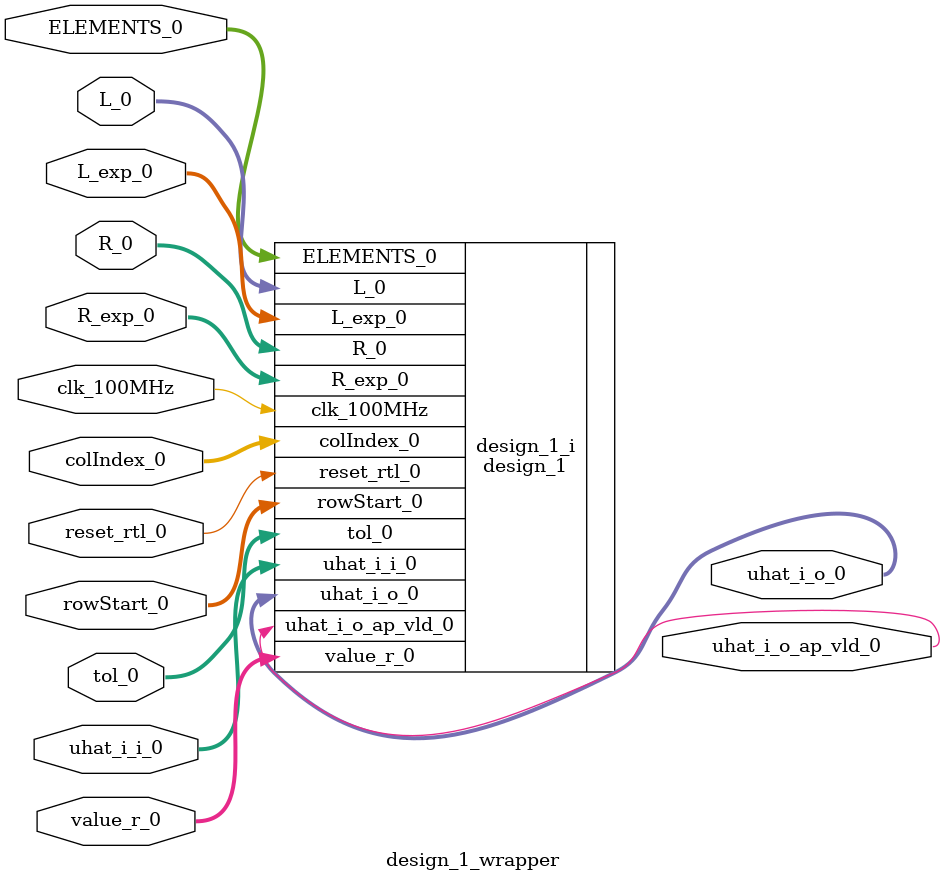
<source format=v>
`timescale 1 ps / 1 ps

module design_1_wrapper
   (ELEMENTS_0,
    L_0,
    L_exp_0,
    R_0,
    R_exp_0,
    clk_100MHz,
    colIndex_0,
    reset_rtl_0,
    rowStart_0,
    tol_0,
    uhat_i_i_0,
    uhat_i_o_0,
    uhat_i_o_ap_vld_0,
    value_r_0);
  input [31:0]ELEMENTS_0;
  input [63:0]L_0;
  input [63:0]L_exp_0;
  input [63:0]R_0;
  input [63:0]R_exp_0;
  input clk_100MHz;
  input [31:0]colIndex_0;
  input reset_rtl_0;
  input [31:0]rowStart_0;
  input [63:0]tol_0;
  input [63:0]uhat_i_i_0;
  output [63:0]uhat_i_o_0;
  output uhat_i_o_ap_vld_0;
  input [63:0]value_r_0;

  wire [31:0]ELEMENTS_0;
  wire [63:0]L_0;
  wire [63:0]L_exp_0;
  wire [63:0]R_0;
  wire [63:0]R_exp_0;
  wire clk_100MHz;
  wire [31:0]colIndex_0;
  wire reset_rtl_0;
  wire [31:0]rowStart_0;
  wire [63:0]tol_0;
  wire [63:0]uhat_i_i_0;
  wire [63:0]uhat_i_o_0;
  wire uhat_i_o_ap_vld_0;
  wire [63:0]value_r_0;

  design_1 design_1_i
       (.ELEMENTS_0(ELEMENTS_0),
        .L_0(L_0),
        .L_exp_0(L_exp_0),
        .R_0(R_0),
        .R_exp_0(R_exp_0),
        .clk_100MHz(clk_100MHz),
        .colIndex_0(colIndex_0),
        .reset_rtl_0(reset_rtl_0),
        .rowStart_0(rowStart_0),
        .tol_0(tol_0),
        .uhat_i_i_0(uhat_i_i_0),
        .uhat_i_o_0(uhat_i_o_0),
        .uhat_i_o_ap_vld_0(uhat_i_o_ap_vld_0),
        .value_r_0(value_r_0));
endmodule

</source>
